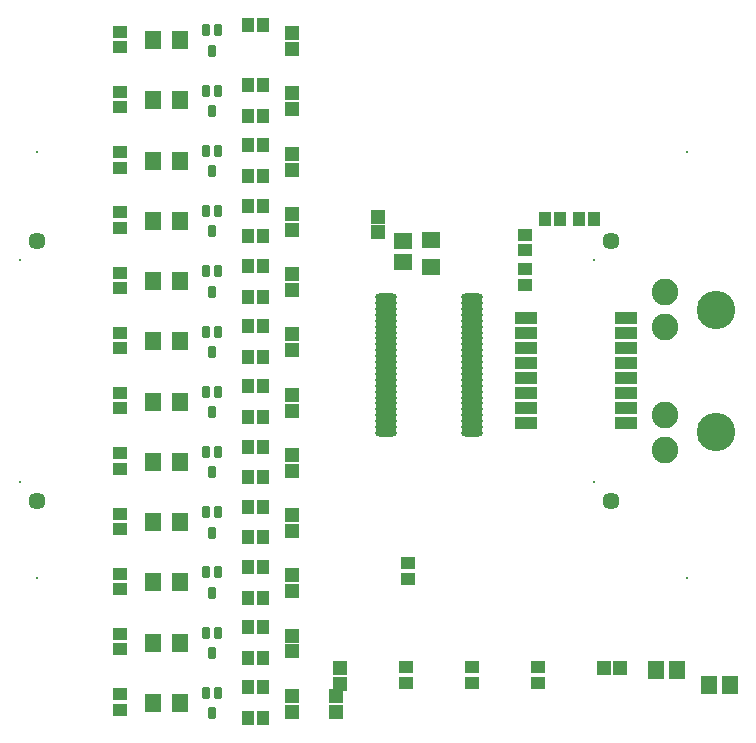
<source format=gbr>
%TF.GenerationSoftware,Altium Limited,Altium Designer,19.1.8 (144)*%
G04 Layer_Color=8388736*
%FSLAX26Y26*%
%MOIN*%
%TF.FileFunction,Soldermask,Top*%
%TF.Part,Single*%
G01*
G75*
%TA.AperFunction,SMDPad,CuDef*%
%ADD41R,0.043465X0.047402*%
%ADD44R,0.047402X0.043465*%
%ADD47R,0.049370X0.045433*%
%ADD48R,0.045433X0.049370*%
%TA.AperFunction,ComponentPad*%
%ADD51C,0.088740*%
%ADD52C,0.128110*%
%ADD53C,0.010000*%
%ADD54C,0.057087*%
%TA.AperFunction,WasherPad*%
%ADD55C,0.010000*%
%TA.AperFunction,SMDPad,CuDef*%
%ADD58R,0.055276X0.063150*%
%ADD59R,0.063150X0.055276*%
G04:AMPARAMS|DCode=60|XSize=29.685mil|YSize=39.528mil|CornerRadius=9.921mil|HoleSize=0mil|Usage=FLASHONLY|Rotation=0.000|XOffset=0mil|YOffset=0mil|HoleType=Round|Shape=RoundedRectangle|*
%AMROUNDEDRECTD60*
21,1,0.029685,0.019685,0,0,0.0*
21,1,0.009843,0.039528,0,0,0.0*
1,1,0.019842,0.004921,-0.009843*
1,1,0.019842,-0.004921,-0.009843*
1,1,0.019842,-0.004921,0.009843*
1,1,0.019842,0.004921,0.009843*
%
%ADD60ROUNDEDRECTD60*%
%ADD61R,0.075748X0.039921*%
%ADD62R,0.061181X0.053307*%
%ADD63O,0.072992X0.023386*%
%ADD64R,0.053307X0.061181*%
D41*
X2002952Y1785434D02*
D03*
X2054134D02*
D03*
X1939960D02*
D03*
X1888780D02*
D03*
X899606Y2433070D02*
D03*
X950788D02*
D03*
X899606Y2232284D02*
D03*
X950788D02*
D03*
X899606Y2129922D02*
D03*
X950788D02*
D03*
X899606Y2031496D02*
D03*
X950788D02*
D03*
X899606Y1929134D02*
D03*
X950788D02*
D03*
X899606Y1830708D02*
D03*
X950788D02*
D03*
X899606Y1728346D02*
D03*
X950788D02*
D03*
X899606Y1629922D02*
D03*
X950788D02*
D03*
X899606Y1527560D02*
D03*
X950788D02*
D03*
X899606Y1429134D02*
D03*
X950788D02*
D03*
X899606Y1326772D02*
D03*
X950788D02*
D03*
X899606Y1125984D02*
D03*
X950788D02*
D03*
X899606Y1228346D02*
D03*
X950788D02*
D03*
X899606Y1027560D02*
D03*
X950788D02*
D03*
X899606Y925196D02*
D03*
X950788D02*
D03*
X899606Y826772D02*
D03*
X950788D02*
D03*
X899606Y724410D02*
D03*
X950788D02*
D03*
X899606Y625984D02*
D03*
X950788D02*
D03*
X899606Y523622D02*
D03*
X950788D02*
D03*
X899606Y425196D02*
D03*
X950788D02*
D03*
X899606Y322834D02*
D03*
X950788D02*
D03*
X899606Y224410D02*
D03*
X950788D02*
D03*
X899606Y122048D02*
D03*
X950788D02*
D03*
D44*
X1866351Y240211D02*
D03*
Y291392D02*
D03*
X1645868Y240211D02*
D03*
Y291392D02*
D03*
X1426369Y240211D02*
D03*
Y291392D02*
D03*
X1821850Y1682086D02*
D03*
Y1733268D02*
D03*
Y1618110D02*
D03*
Y1566930D02*
D03*
X1432086Y586614D02*
D03*
Y637796D02*
D03*
X472894Y201772D02*
D03*
Y150590D02*
D03*
Y402560D02*
D03*
Y351378D02*
D03*
Y603346D02*
D03*
Y552166D02*
D03*
Y804134D02*
D03*
Y752952D02*
D03*
Y1004922D02*
D03*
Y953740D02*
D03*
Y1205708D02*
D03*
Y1154528D02*
D03*
Y1406496D02*
D03*
Y1355316D02*
D03*
Y1607284D02*
D03*
Y1556102D02*
D03*
Y1808070D02*
D03*
Y1756890D02*
D03*
Y2008858D02*
D03*
Y1957678D02*
D03*
Y2209646D02*
D03*
Y2158464D02*
D03*
Y2410434D02*
D03*
Y2359252D02*
D03*
D47*
X1332677Y1741142D02*
D03*
Y1794292D02*
D03*
X1205886Y235290D02*
D03*
Y288440D02*
D03*
X1192914Y195866D02*
D03*
Y142716D02*
D03*
X1047696Y143700D02*
D03*
Y196850D02*
D03*
Y344488D02*
D03*
Y397638D02*
D03*
Y545276D02*
D03*
Y598426D02*
D03*
Y746064D02*
D03*
Y799212D02*
D03*
Y946850D02*
D03*
Y1000000D02*
D03*
Y1147638D02*
D03*
Y1200788D02*
D03*
Y1348426D02*
D03*
Y1401574D02*
D03*
Y1549212D02*
D03*
Y1602362D02*
D03*
Y1750000D02*
D03*
Y1803150D02*
D03*
Y1950788D02*
D03*
Y2003938D02*
D03*
Y2151574D02*
D03*
Y2204724D02*
D03*
Y2352362D02*
D03*
Y2405512D02*
D03*
D48*
X2086835Y290409D02*
D03*
X2139985D02*
D03*
D51*
X2288976Y1543307D02*
D03*
Y1425197D02*
D03*
Y1133859D02*
D03*
Y1015749D02*
D03*
D52*
X2459055Y1484252D02*
D03*
Y1074804D02*
D03*
D53*
X137796Y909448D02*
D03*
Y1649606D02*
D03*
X2051182Y909448D02*
D03*
Y1649606D02*
D03*
D54*
X196850Y846456D02*
D03*
Y1712598D02*
D03*
X2110236Y846456D02*
D03*
Y1712598D02*
D03*
D55*
X196850Y2007874D02*
D03*
X2362204D02*
D03*
Y590552D02*
D03*
X196850D02*
D03*
D58*
X2504921Y231299D02*
D03*
X2436024D02*
D03*
X2329954Y282535D02*
D03*
X2261057D02*
D03*
D59*
X1415354Y1712598D02*
D03*
Y1643701D02*
D03*
D60*
X798682Y1411024D02*
D03*
X759312D02*
D03*
X778996Y1342914D02*
D03*
Y2346850D02*
D03*
X759312Y2414960D02*
D03*
X798682D02*
D03*
X778996Y2146064D02*
D03*
X759312Y2214174D02*
D03*
X798682D02*
D03*
X778996Y1945276D02*
D03*
X759312Y2013386D02*
D03*
X798682D02*
D03*
X778996Y1744488D02*
D03*
X759312Y1812598D02*
D03*
X798682D02*
D03*
X778996Y1543700D02*
D03*
X759312Y1611812D02*
D03*
X798682D02*
D03*
X778996Y1142126D02*
D03*
X759312Y1210236D02*
D03*
X798682D02*
D03*
X778996Y941338D02*
D03*
X759312Y1009448D02*
D03*
X798682D02*
D03*
X778996Y740552D02*
D03*
X759312Y808662D02*
D03*
X798682D02*
D03*
X778996Y539764D02*
D03*
X759312Y607874D02*
D03*
X798682D02*
D03*
X778996Y338976D02*
D03*
X759312Y407086D02*
D03*
X798682D02*
D03*
X778996Y138190D02*
D03*
X759312Y206300D02*
D03*
X798682D02*
D03*
D61*
X1825196Y1204528D02*
D03*
Y1454528D02*
D03*
X2161024D02*
D03*
X1825196Y1104528D02*
D03*
Y1154528D02*
D03*
Y1254528D02*
D03*
Y1304528D02*
D03*
Y1354528D02*
D03*
Y1404528D02*
D03*
X2161024D02*
D03*
Y1354528D02*
D03*
Y1304528D02*
D03*
Y1254528D02*
D03*
Y1204528D02*
D03*
Y1154528D02*
D03*
Y1104528D02*
D03*
D62*
X1510826Y1717520D02*
D03*
Y1626968D02*
D03*
D63*
X1647638Y1407480D02*
D03*
X1360236Y1525590D02*
D03*
Y1505906D02*
D03*
Y1486220D02*
D03*
Y1466536D02*
D03*
Y1446850D02*
D03*
Y1427166D02*
D03*
Y1407480D02*
D03*
Y1387796D02*
D03*
Y1368110D02*
D03*
Y1348426D02*
D03*
Y1328740D02*
D03*
Y1309056D02*
D03*
Y1289370D02*
D03*
Y1269686D02*
D03*
Y1250000D02*
D03*
Y1230316D02*
D03*
Y1210630D02*
D03*
Y1190944D02*
D03*
Y1171260D02*
D03*
Y1151574D02*
D03*
Y1131890D02*
D03*
Y1112204D02*
D03*
Y1092520D02*
D03*
Y1072834D02*
D03*
X1647638Y1525590D02*
D03*
Y1505906D02*
D03*
Y1486220D02*
D03*
Y1466536D02*
D03*
Y1446850D02*
D03*
Y1427166D02*
D03*
Y1387796D02*
D03*
Y1368110D02*
D03*
Y1348426D02*
D03*
Y1328740D02*
D03*
Y1309056D02*
D03*
Y1289370D02*
D03*
Y1269686D02*
D03*
Y1250000D02*
D03*
Y1230316D02*
D03*
Y1210630D02*
D03*
Y1190944D02*
D03*
Y1171260D02*
D03*
Y1151574D02*
D03*
Y1131890D02*
D03*
Y1112204D02*
D03*
Y1092520D02*
D03*
Y1072834D02*
D03*
D64*
X581162Y2381890D02*
D03*
X671712D02*
D03*
X581162Y2181102D02*
D03*
X671712D02*
D03*
X581162Y1980316D02*
D03*
X671712D02*
D03*
X581162Y1779528D02*
D03*
X671712D02*
D03*
X581162Y1578740D02*
D03*
X671712D02*
D03*
X581162Y1377952D02*
D03*
X671712D02*
D03*
X581162Y1177166D02*
D03*
X671712D02*
D03*
X581162Y976378D02*
D03*
X671712D02*
D03*
X581162Y775590D02*
D03*
X671712D02*
D03*
X581162Y574804D02*
D03*
X671712D02*
D03*
X581162Y374016D02*
D03*
X671712D02*
D03*
X581162Y173228D02*
D03*
X671712D02*
D03*
%TF.MD5,08553c5f69ca7bfe47459f6162f5b060*%
M02*

</source>
